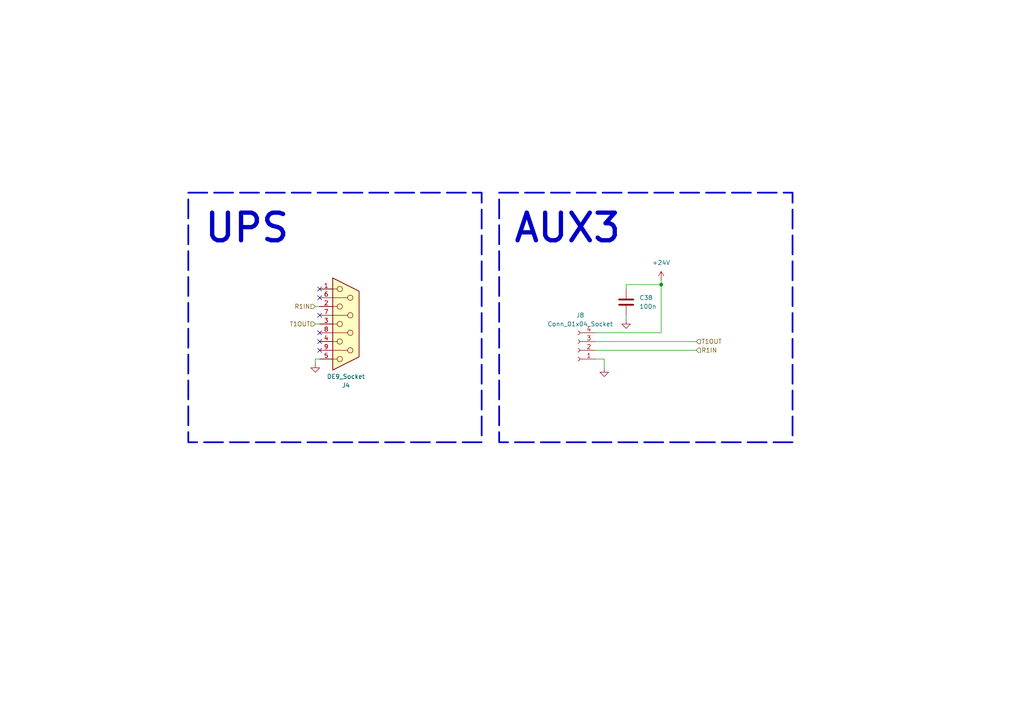
<source format=kicad_sch>
(kicad_sch
	(version 20250114)
	(generator "eeschema")
	(generator_version "9.0")
	(uuid "729751dd-990a-4407-bd16-fbf3e4487ece")
	(paper "A4")
	(lib_symbols
		(symbol "Connector:Conn_01x04_Socket"
			(pin_names
				(offset 1.016)
				(hide yes)
			)
			(exclude_from_sim no)
			(in_bom yes)
			(on_board yes)
			(property "Reference" "J"
				(at 0 5.08 0)
				(effects
					(font
						(size 1.27 1.27)
					)
				)
			)
			(property "Value" "Conn_01x04_Socket"
				(at 0 -7.62 0)
				(effects
					(font
						(size 1.27 1.27)
					)
				)
			)
			(property "Footprint" ""
				(at 0 0 0)
				(effects
					(font
						(size 1.27 1.27)
					)
					(hide yes)
				)
			)
			(property "Datasheet" "~"
				(at 0 0 0)
				(effects
					(font
						(size 1.27 1.27)
					)
					(hide yes)
				)
			)
			(property "Description" "Generic connector, single row, 01x04, script generated"
				(at 0 0 0)
				(effects
					(font
						(size 1.27 1.27)
					)
					(hide yes)
				)
			)
			(property "ki_locked" ""
				(at 0 0 0)
				(effects
					(font
						(size 1.27 1.27)
					)
				)
			)
			(property "ki_keywords" "connector"
				(at 0 0 0)
				(effects
					(font
						(size 1.27 1.27)
					)
					(hide yes)
				)
			)
			(property "ki_fp_filters" "Connector*:*_1x??_*"
				(at 0 0 0)
				(effects
					(font
						(size 1.27 1.27)
					)
					(hide yes)
				)
			)
			(symbol "Conn_01x04_Socket_1_1"
				(polyline
					(pts
						(xy -1.27 2.54) (xy -0.508 2.54)
					)
					(stroke
						(width 0.1524)
						(type default)
					)
					(fill
						(type none)
					)
				)
				(polyline
					(pts
						(xy -1.27 0) (xy -0.508 0)
					)
					(stroke
						(width 0.1524)
						(type default)
					)
					(fill
						(type none)
					)
				)
				(polyline
					(pts
						(xy -1.27 -2.54) (xy -0.508 -2.54)
					)
					(stroke
						(width 0.1524)
						(type default)
					)
					(fill
						(type none)
					)
				)
				(polyline
					(pts
						(xy -1.27 -5.08) (xy -0.508 -5.08)
					)
					(stroke
						(width 0.1524)
						(type default)
					)
					(fill
						(type none)
					)
				)
				(arc
					(start 0 2.032)
					(mid -0.5058 2.54)
					(end 0 3.048)
					(stroke
						(width 0.1524)
						(type default)
					)
					(fill
						(type none)
					)
				)
				(arc
					(start 0 -0.508)
					(mid -0.5058 0)
					(end 0 0.508)
					(stroke
						(width 0.1524)
						(type default)
					)
					(fill
						(type none)
					)
				)
				(arc
					(start 0 -3.048)
					(mid -0.5058 -2.54)
					(end 0 -2.032)
					(stroke
						(width 0.1524)
						(type default)
					)
					(fill
						(type none)
					)
				)
				(arc
					(start 0 -5.588)
					(mid -0.5058 -5.08)
					(end 0 -4.572)
					(stroke
						(width 0.1524)
						(type default)
					)
					(fill
						(type none)
					)
				)
				(pin passive line
					(at -5.08 2.54 0)
					(length 3.81)
					(name "Pin_1"
						(effects
							(font
								(size 1.27 1.27)
							)
						)
					)
					(number "1"
						(effects
							(font
								(size 1.27 1.27)
							)
						)
					)
				)
				(pin passive line
					(at -5.08 0 0)
					(length 3.81)
					(name "Pin_2"
						(effects
							(font
								(size 1.27 1.27)
							)
						)
					)
					(number "2"
						(effects
							(font
								(size 1.27 1.27)
							)
						)
					)
				)
				(pin passive line
					(at -5.08 -2.54 0)
					(length 3.81)
					(name "Pin_3"
						(effects
							(font
								(size 1.27 1.27)
							)
						)
					)
					(number "3"
						(effects
							(font
								(size 1.27 1.27)
							)
						)
					)
				)
				(pin passive line
					(at -5.08 -5.08 0)
					(length 3.81)
					(name "Pin_4"
						(effects
							(font
								(size 1.27 1.27)
							)
						)
					)
					(number "4"
						(effects
							(font
								(size 1.27 1.27)
							)
						)
					)
				)
			)
			(embedded_fonts no)
		)
		(symbol "Connector:DE9_Socket"
			(pin_names
				(offset 1.016)
				(hide yes)
			)
			(exclude_from_sim no)
			(in_bom yes)
			(on_board yes)
			(property "Reference" "J"
				(at 0 13.97 0)
				(effects
					(font
						(size 1.27 1.27)
					)
				)
			)
			(property "Value" "DE9_Socket"
				(at 0 -14.605 0)
				(effects
					(font
						(size 1.27 1.27)
					)
				)
			)
			(property "Footprint" ""
				(at 0 0 0)
				(effects
					(font
						(size 1.27 1.27)
					)
					(hide yes)
				)
			)
			(property "Datasheet" "~"
				(at 0 0 0)
				(effects
					(font
						(size 1.27 1.27)
					)
					(hide yes)
				)
			)
			(property "Description" "9-pin D-SUB connector, socket (female)"
				(at 0 0 0)
				(effects
					(font
						(size 1.27 1.27)
					)
					(hide yes)
				)
			)
			(property "ki_keywords" "DSUB DB9"
				(at 0 0 0)
				(effects
					(font
						(size 1.27 1.27)
					)
					(hide yes)
				)
			)
			(property "ki_fp_filters" "DSUB*Socket*"
				(at 0 0 0)
				(effects
					(font
						(size 1.27 1.27)
					)
					(hide yes)
				)
			)
			(symbol "DE9_Socket_0_1"
				(polyline
					(pts
						(xy -3.81 13.335) (xy -3.81 -13.335) (xy 3.81 -9.525) (xy 3.81 9.525) (xy -3.81 13.335)
					)
					(stroke
						(width 0.254)
						(type default)
					)
					(fill
						(type background)
					)
				)
				(polyline
					(pts
						(xy -3.81 10.16) (xy -2.54 10.16)
					)
					(stroke
						(width 0)
						(type default)
					)
					(fill
						(type none)
					)
				)
				(polyline
					(pts
						(xy -3.81 7.62) (xy 0.508 7.62)
					)
					(stroke
						(width 0)
						(type default)
					)
					(fill
						(type none)
					)
				)
				(polyline
					(pts
						(xy -3.81 5.08) (xy -2.54 5.08)
					)
					(stroke
						(width 0)
						(type default)
					)
					(fill
						(type none)
					)
				)
				(polyline
					(pts
						(xy -3.81 2.54) (xy 0.508 2.54)
					)
					(stroke
						(width 0)
						(type default)
					)
					(fill
						(type none)
					)
				)
				(polyline
					(pts
						(xy -3.81 0) (xy -2.54 0)
					)
					(stroke
						(width 0)
						(type default)
					)
					(fill
						(type none)
					)
				)
				(polyline
					(pts
						(xy -3.81 -2.54) (xy 0.508 -2.54)
					)
					(stroke
						(width 0)
						(type default)
					)
					(fill
						(type none)
					)
				)
				(polyline
					(pts
						(xy -3.81 -5.08) (xy -2.54 -5.08)
					)
					(stroke
						(width 0)
						(type default)
					)
					(fill
						(type none)
					)
				)
				(polyline
					(pts
						(xy -3.81 -7.62) (xy 0.508 -7.62)
					)
					(stroke
						(width 0)
						(type default)
					)
					(fill
						(type none)
					)
				)
				(polyline
					(pts
						(xy -3.81 -10.16) (xy -2.54 -10.16)
					)
					(stroke
						(width 0)
						(type default)
					)
					(fill
						(type none)
					)
				)
				(circle
					(center -1.778 10.16)
					(radius 0.762)
					(stroke
						(width 0)
						(type default)
					)
					(fill
						(type none)
					)
				)
				(circle
					(center -1.778 5.08)
					(radius 0.762)
					(stroke
						(width 0)
						(type default)
					)
					(fill
						(type none)
					)
				)
				(circle
					(center -1.778 0)
					(radius 0.762)
					(stroke
						(width 0)
						(type default)
					)
					(fill
						(type none)
					)
				)
				(circle
					(center -1.778 -5.08)
					(radius 0.762)
					(stroke
						(width 0)
						(type default)
					)
					(fill
						(type none)
					)
				)
				(circle
					(center -1.778 -10.16)
					(radius 0.762)
					(stroke
						(width 0)
						(type default)
					)
					(fill
						(type none)
					)
				)
				(circle
					(center 1.27 7.62)
					(radius 0.762)
					(stroke
						(width 0)
						(type default)
					)
					(fill
						(type none)
					)
				)
				(circle
					(center 1.27 2.54)
					(radius 0.762)
					(stroke
						(width 0)
						(type default)
					)
					(fill
						(type none)
					)
				)
				(circle
					(center 1.27 -2.54)
					(radius 0.762)
					(stroke
						(width 0)
						(type default)
					)
					(fill
						(type none)
					)
				)
				(circle
					(center 1.27 -7.62)
					(radius 0.762)
					(stroke
						(width 0)
						(type default)
					)
					(fill
						(type none)
					)
				)
			)
			(symbol "DE9_Socket_1_1"
				(pin passive line
					(at -7.62 10.16 0)
					(length 3.81)
					(name "1"
						(effects
							(font
								(size 1.27 1.27)
							)
						)
					)
					(number "1"
						(effects
							(font
								(size 1.27 1.27)
							)
						)
					)
				)
				(pin passive line
					(at -7.62 7.62 0)
					(length 3.81)
					(name "6"
						(effects
							(font
								(size 1.27 1.27)
							)
						)
					)
					(number "6"
						(effects
							(font
								(size 1.27 1.27)
							)
						)
					)
				)
				(pin passive line
					(at -7.62 5.08 0)
					(length 3.81)
					(name "2"
						(effects
							(font
								(size 1.27 1.27)
							)
						)
					)
					(number "2"
						(effects
							(font
								(size 1.27 1.27)
							)
						)
					)
				)
				(pin passive line
					(at -7.62 2.54 0)
					(length 3.81)
					(name "7"
						(effects
							(font
								(size 1.27 1.27)
							)
						)
					)
					(number "7"
						(effects
							(font
								(size 1.27 1.27)
							)
						)
					)
				)
				(pin passive line
					(at -7.62 0 0)
					(length 3.81)
					(name "3"
						(effects
							(font
								(size 1.27 1.27)
							)
						)
					)
					(number "3"
						(effects
							(font
								(size 1.27 1.27)
							)
						)
					)
				)
				(pin passive line
					(at -7.62 -2.54 0)
					(length 3.81)
					(name "8"
						(effects
							(font
								(size 1.27 1.27)
							)
						)
					)
					(number "8"
						(effects
							(font
								(size 1.27 1.27)
							)
						)
					)
				)
				(pin passive line
					(at -7.62 -5.08 0)
					(length 3.81)
					(name "4"
						(effects
							(font
								(size 1.27 1.27)
							)
						)
					)
					(number "4"
						(effects
							(font
								(size 1.27 1.27)
							)
						)
					)
				)
				(pin passive line
					(at -7.62 -7.62 0)
					(length 3.81)
					(name "9"
						(effects
							(font
								(size 1.27 1.27)
							)
						)
					)
					(number "9"
						(effects
							(font
								(size 1.27 1.27)
							)
						)
					)
				)
				(pin passive line
					(at -7.62 -10.16 0)
					(length 3.81)
					(name "5"
						(effects
							(font
								(size 1.27 1.27)
							)
						)
					)
					(number "5"
						(effects
							(font
								(size 1.27 1.27)
							)
						)
					)
				)
			)
			(embedded_fonts no)
		)
		(symbol "Device:C"
			(pin_numbers
				(hide yes)
			)
			(pin_names
				(offset 0.254)
			)
			(exclude_from_sim no)
			(in_bom yes)
			(on_board yes)
			(property "Reference" "C"
				(at 0.635 2.54 0)
				(effects
					(font
						(size 1.27 1.27)
					)
					(justify left)
				)
			)
			(property "Value" "C"
				(at 0.635 -2.54 0)
				(effects
					(font
						(size 1.27 1.27)
					)
					(justify left)
				)
			)
			(property "Footprint" ""
				(at 0.9652 -3.81 0)
				(effects
					(font
						(size 1.27 1.27)
					)
					(hide yes)
				)
			)
			(property "Datasheet" "~"
				(at 0 0 0)
				(effects
					(font
						(size 1.27 1.27)
					)
					(hide yes)
				)
			)
			(property "Description" "Unpolarized capacitor"
				(at 0 0 0)
				(effects
					(font
						(size 1.27 1.27)
					)
					(hide yes)
				)
			)
			(property "ki_keywords" "cap capacitor"
				(at 0 0 0)
				(effects
					(font
						(size 1.27 1.27)
					)
					(hide yes)
				)
			)
			(property "ki_fp_filters" "C_*"
				(at 0 0 0)
				(effects
					(font
						(size 1.27 1.27)
					)
					(hide yes)
				)
			)
			(symbol "C_0_1"
				(polyline
					(pts
						(xy -2.032 0.762) (xy 2.032 0.762)
					)
					(stroke
						(width 0.508)
						(type default)
					)
					(fill
						(type none)
					)
				)
				(polyline
					(pts
						(xy -2.032 -0.762) (xy 2.032 -0.762)
					)
					(stroke
						(width 0.508)
						(type default)
					)
					(fill
						(type none)
					)
				)
			)
			(symbol "C_1_1"
				(pin passive line
					(at 0 3.81 270)
					(length 2.794)
					(name "~"
						(effects
							(font
								(size 1.27 1.27)
							)
						)
					)
					(number "1"
						(effects
							(font
								(size 1.27 1.27)
							)
						)
					)
				)
				(pin passive line
					(at 0 -3.81 90)
					(length 2.794)
					(name "~"
						(effects
							(font
								(size 1.27 1.27)
							)
						)
					)
					(number "2"
						(effects
							(font
								(size 1.27 1.27)
							)
						)
					)
				)
			)
			(embedded_fonts no)
		)
		(symbol "power:+24V"
			(power)
			(pin_numbers
				(hide yes)
			)
			(pin_names
				(offset 0)
				(hide yes)
			)
			(exclude_from_sim no)
			(in_bom yes)
			(on_board yes)
			(property "Reference" "#PWR"
				(at 0 -3.81 0)
				(effects
					(font
						(size 1.27 1.27)
					)
					(hide yes)
				)
			)
			(property "Value" "+24V"
				(at 0 3.556 0)
				(effects
					(font
						(size 1.27 1.27)
					)
				)
			)
			(property "Footprint" ""
				(at 0 0 0)
				(effects
					(font
						(size 1.27 1.27)
					)
					(hide yes)
				)
			)
			(property "Datasheet" ""
				(at 0 0 0)
				(effects
					(font
						(size 1.27 1.27)
					)
					(hide yes)
				)
			)
			(property "Description" "Power symbol creates a global label with name \"+24V\""
				(at 0 0 0)
				(effects
					(font
						(size 1.27 1.27)
					)
					(hide yes)
				)
			)
			(property "ki_keywords" "global power"
				(at 0 0 0)
				(effects
					(font
						(size 1.27 1.27)
					)
					(hide yes)
				)
			)
			(symbol "+24V_0_1"
				(polyline
					(pts
						(xy -0.762 1.27) (xy 0 2.54)
					)
					(stroke
						(width 0)
						(type default)
					)
					(fill
						(type none)
					)
				)
				(polyline
					(pts
						(xy 0 2.54) (xy 0.762 1.27)
					)
					(stroke
						(width 0)
						(type default)
					)
					(fill
						(type none)
					)
				)
				(polyline
					(pts
						(xy 0 0) (xy 0 2.54)
					)
					(stroke
						(width 0)
						(type default)
					)
					(fill
						(type none)
					)
				)
			)
			(symbol "+24V_1_1"
				(pin power_in line
					(at 0 0 90)
					(length 0)
					(name "~"
						(effects
							(font
								(size 1.27 1.27)
							)
						)
					)
					(number "1"
						(effects
							(font
								(size 1.27 1.27)
							)
						)
					)
				)
			)
			(embedded_fonts no)
		)
		(symbol "power:GND"
			(power)
			(pin_numbers
				(hide yes)
			)
			(pin_names
				(offset 0)
				(hide yes)
			)
			(exclude_from_sim no)
			(in_bom yes)
			(on_board yes)
			(property "Reference" "#PWR"
				(at 0 -6.35 0)
				(effects
					(font
						(size 1.27 1.27)
					)
					(hide yes)
				)
			)
			(property "Value" "GND"
				(at 0 -3.81 0)
				(effects
					(font
						(size 1.27 1.27)
					)
				)
			)
			(property "Footprint" ""
				(at 0 0 0)
				(effects
					(font
						(size 1.27 1.27)
					)
					(hide yes)
				)
			)
			(property "Datasheet" ""
				(at 0 0 0)
				(effects
					(font
						(size 1.27 1.27)
					)
					(hide yes)
				)
			)
			(property "Description" "Power symbol creates a global label with name \"GND\" , ground"
				(at 0 0 0)
				(effects
					(font
						(size 1.27 1.27)
					)
					(hide yes)
				)
			)
			(property "ki_keywords" "global power"
				(at 0 0 0)
				(effects
					(font
						(size 1.27 1.27)
					)
					(hide yes)
				)
			)
			(symbol "GND_0_1"
				(polyline
					(pts
						(xy 0 0) (xy 0 -1.27) (xy 1.27 -1.27) (xy 0 -2.54) (xy -1.27 -1.27) (xy 0 -1.27)
					)
					(stroke
						(width 0)
						(type default)
					)
					(fill
						(type none)
					)
				)
			)
			(symbol "GND_1_1"
				(pin power_in line
					(at 0 0 270)
					(length 0)
					(name "~"
						(effects
							(font
								(size 1.27 1.27)
							)
						)
					)
					(number "1"
						(effects
							(font
								(size 1.27 1.27)
							)
						)
					)
				)
			)
			(embedded_fonts no)
		)
	)
	(rectangle
		(start 54.61 55.88)
		(end 139.7 128.27)
		(stroke
			(width 0.5)
			(type dash)
		)
		(fill
			(type none)
		)
		(uuid ade2bdb7-3805-44f6-84fc-2a6e26db9be5)
	)
	(rectangle
		(start 144.78 55.88)
		(end 229.87 128.27)
		(stroke
			(width 0.5)
			(type dash)
		)
		(fill
			(type none)
		)
		(uuid e4aa262b-28d3-4bbc-9f6f-5827a8bcc721)
	)
	(text "AUX3"
		(exclude_from_sim no)
		(at 164.592 66.294 0)
		(effects
			(font
				(size 8 8)
				(thickness 1.25)
			)
		)
		(uuid "6a38c9e7-c8fb-4946-8102-74cc9815ae23")
	)
	(text "UPS"
		(exclude_from_sim no)
		(at 71.628 66.294 0)
		(effects
			(font
				(size 8 8)
				(thickness 1.25)
			)
		)
		(uuid "df766ac4-d20d-4062-968c-8487257fa21a")
	)
	(junction
		(at 191.77 82.55)
		(diameter 0)
		(color 0 0 0 0)
		(uuid "d53431dc-ba48-4410-ab70-34fd46776f43")
	)
	(no_connect
		(at 92.71 83.82)
		(uuid "2d3319da-ba94-4f47-a350-fb7199dd647d")
	)
	(no_connect
		(at 92.71 99.06)
		(uuid "41c9a56a-993f-4896-a168-9075d9199595")
	)
	(no_connect
		(at 92.71 91.44)
		(uuid "464bdf46-5699-4987-a05f-2d88f80d2ca9")
	)
	(no_connect
		(at 92.71 96.52)
		(uuid "6870b306-2e1e-4592-a408-67f4a155fdd9")
	)
	(no_connect
		(at 92.71 101.6)
		(uuid "a49c98aa-17a1-495e-9ba5-0dddf4b1c418")
	)
	(no_connect
		(at 92.71 86.36)
		(uuid "fb21ff10-2881-482e-8967-95cebf5c86b1")
	)
	(wire
		(pts
			(xy 191.77 82.55) (xy 191.77 96.52)
		)
		(stroke
			(width 0)
			(type default)
		)
		(uuid "2796f6cc-1cb8-4466-aff3-273cc4912007")
	)
	(wire
		(pts
			(xy 92.71 93.98) (xy 91.44 93.98)
		)
		(stroke
			(width 0)
			(type default)
		)
		(uuid "380918c6-3670-47b5-8c65-45ff9df6a872")
	)
	(wire
		(pts
			(xy 181.61 82.55) (xy 191.77 82.55)
		)
		(stroke
			(width 0)
			(type default)
		)
		(uuid "4f7c71f2-c669-4472-aeab-186f15fad162")
	)
	(wire
		(pts
			(xy 92.71 88.9) (xy 91.44 88.9)
		)
		(stroke
			(width 0)
			(type default)
		)
		(uuid "5c6e8313-34b7-479c-a0c4-0efdfffc38a8")
	)
	(wire
		(pts
			(xy 172.72 99.06) (xy 201.93 99.06)
		)
		(stroke
			(width 0)
			(type default)
		)
		(uuid "715043c0-2739-4c9e-89d6-7521b0116522")
	)
	(wire
		(pts
			(xy 181.61 83.82) (xy 181.61 82.55)
		)
		(stroke
			(width 0)
			(type default)
		)
		(uuid "7c5e29ba-d031-4e06-bdc5-ddd70da5f23c")
	)
	(wire
		(pts
			(xy 175.26 106.68) (xy 175.26 104.14)
		)
		(stroke
			(width 0)
			(type default)
		)
		(uuid "850ab786-8bf1-467e-ba7f-697175e2217f")
	)
	(wire
		(pts
			(xy 172.72 96.52) (xy 191.77 96.52)
		)
		(stroke
			(width 0)
			(type default)
		)
		(uuid "982fe574-d92a-4d97-99ee-545e5863fce8")
	)
	(wire
		(pts
			(xy 181.61 91.44) (xy 181.61 92.71)
		)
		(stroke
			(width 0)
			(type default)
		)
		(uuid "99ddb6f5-f6c8-4a0a-a4d3-64930fe30c47")
	)
	(wire
		(pts
			(xy 172.72 101.6) (xy 201.93 101.6)
		)
		(stroke
			(width 0)
			(type default)
		)
		(uuid "b933ec8a-de69-48f2-b328-ac1b4001218b")
	)
	(wire
		(pts
			(xy 91.44 104.14) (xy 92.71 104.14)
		)
		(stroke
			(width 0)
			(type default)
		)
		(uuid "c715afa8-ec34-4a5d-8e47-3cb3b340bf87")
	)
	(wire
		(pts
			(xy 175.26 104.14) (xy 172.72 104.14)
		)
		(stroke
			(width 0)
			(type default)
		)
		(uuid "d20c0f33-6409-49f6-9551-a832cf527d88")
	)
	(wire
		(pts
			(xy 91.44 105.41) (xy 91.44 104.14)
		)
		(stroke
			(width 0)
			(type default)
		)
		(uuid "e38924a9-f9cb-4eba-a244-8e6ad7ac624f")
	)
	(wire
		(pts
			(xy 191.77 81.28) (xy 191.77 82.55)
		)
		(stroke
			(width 0)
			(type default)
		)
		(uuid "f2f4c14c-309d-46cf-aac5-f616eb98dcc3")
	)
	(hierarchical_label "R1IN"
		(shape input)
		(at 201.93 101.6 0)
		(effects
			(font
				(size 1.27 1.27)
			)
			(justify left)
		)
		(uuid "18fbd227-8dcd-4583-9a67-d2641f4f63ad")
	)
	(hierarchical_label "T1OUT"
		(shape input)
		(at 91.44 93.98 180)
		(effects
			(font
				(size 1.27 1.27)
			)
			(justify right)
		)
		(uuid "5f215b51-169c-4076-9247-67ccc626cca8")
	)
	(hierarchical_label "R1IN"
		(shape input)
		(at 91.44 88.9 180)
		(effects
			(font
				(size 1.27 1.27)
			)
			(justify right)
		)
		(uuid "8a0fb6e3-b464-41fa-b6a4-9525fc11d105")
	)
	(hierarchical_label "T1OUT"
		(shape input)
		(at 201.93 99.06 0)
		(effects
			(font
				(size 1.27 1.27)
			)
			(justify left)
		)
		(uuid "d62f3533-c5e4-48e1-8494-8a0772c07b8d")
	)
	(symbol
		(lib_id "power:GND")
		(at 91.44 105.41 0)
		(unit 1)
		(exclude_from_sim no)
		(in_bom yes)
		(on_board yes)
		(dnp no)
		(fields_autoplaced yes)
		(uuid "0268ecc6-22e6-4263-b63c-85871636c71c")
		(property "Reference" "#PWR022"
			(at 91.44 111.76 0)
			(effects
				(font
					(size 1.27 1.27)
				)
				(hide yes)
			)
		)
		(property "Value" "GND"
			(at 91.44 110.49 0)
			(effects
				(font
					(size 1.27 1.27)
				)
				(hide yes)
			)
		)
		(property "Footprint" ""
			(at 91.44 105.41 0)
			(effects
				(font
					(size 1.27 1.27)
				)
				(hide yes)
			)
		)
		(property "Datasheet" ""
			(at 91.44 105.41 0)
			(effects
				(font
					(size 1.27 1.27)
				)
				(hide yes)
			)
		)
		(property "Description" "Power symbol creates a global label with name \"GND\" , ground"
			(at 91.44 105.41 0)
			(effects
				(font
					(size 1.27 1.27)
				)
				(hide yes)
			)
		)
		(pin "1"
			(uuid "98df8ceb-383e-4b67-b91b-d411cc69e449")
		)
		(instances
			(project ""
				(path "/519cd8d4-bb93-4bd2-8d6d-fc5bc7100516/03bd7452-4eb1-4846-bbdf-5e42b99a9a88"
					(reference "#PWR022")
					(unit 1)
				)
			)
		)
	)
	(symbol
		(lib_id "Device:C")
		(at 181.61 87.63 0)
		(unit 1)
		(exclude_from_sim no)
		(in_bom yes)
		(on_board yes)
		(dnp no)
		(fields_autoplaced yes)
		(uuid "26615ff3-64ac-448f-81b3-cdabf82b87c4")
		(property "Reference" "C38"
			(at 185.42 86.3599 0)
			(effects
				(font
					(size 1.27 1.27)
				)
				(justify left)
			)
		)
		(property "Value" "100n"
			(at 185.42 88.8999 0)
			(effects
				(font
					(size 1.27 1.27)
				)
				(justify left)
			)
		)
		(property "Footprint" "Capacitor_SMD:C_0402_1005Metric"
			(at 182.5752 91.44 0)
			(effects
				(font
					(size 1.27 1.27)
				)
				(hide yes)
			)
		)
		(property "Datasheet" "~"
			(at 181.61 87.63 0)
			(effects
				(font
					(size 1.27 1.27)
				)
				(hide yes)
			)
		)
		(property "Description" "Unpolarized capacitor"
			(at 181.61 87.63 0)
			(effects
				(font
					(size 1.27 1.27)
				)
				(hide yes)
			)
		)
		(pin "1"
			(uuid "b9b65c17-2bb2-4906-9619-3e5594e38c35")
		)
		(pin "2"
			(uuid "f511cc92-faf7-42f0-b93c-de4875cf09d7")
		)
		(instances
			(project "Input_Eve_V1.0"
				(path "/519cd8d4-bb93-4bd2-8d6d-fc5bc7100516/03bd7452-4eb1-4846-bbdf-5e42b99a9a88"
					(reference "C38")
					(unit 1)
				)
			)
		)
	)
	(symbol
		(lib_id "power:GND")
		(at 175.26 106.68 0)
		(unit 1)
		(exclude_from_sim no)
		(in_bom yes)
		(on_board yes)
		(dnp no)
		(fields_autoplaced yes)
		(uuid "43a0aae9-881f-47fb-a61c-174d724a9397")
		(property "Reference" "#PWR035"
			(at 175.26 113.03 0)
			(effects
				(font
					(size 1.27 1.27)
				)
				(hide yes)
			)
		)
		(property "Value" "GND"
			(at 175.26 111.76 0)
			(effects
				(font
					(size 1.27 1.27)
				)
				(hide yes)
			)
		)
		(property "Footprint" ""
			(at 175.26 106.68 0)
			(effects
				(font
					(size 1.27 1.27)
				)
				(hide yes)
			)
		)
		(property "Datasheet" ""
			(at 175.26 106.68 0)
			(effects
				(font
					(size 1.27 1.27)
				)
				(hide yes)
			)
		)
		(property "Description" "Power symbol creates a global label with name \"GND\" , ground"
			(at 175.26 106.68 0)
			(effects
				(font
					(size 1.27 1.27)
				)
				(hide yes)
			)
		)
		(pin "1"
			(uuid "8574e98b-89b6-469a-8781-e13d91bb4313")
		)
		(instances
			(project "Input_Eve_V1.0"
				(path "/519cd8d4-bb93-4bd2-8d6d-fc5bc7100516/03bd7452-4eb1-4846-bbdf-5e42b99a9a88"
					(reference "#PWR035")
					(unit 1)
				)
			)
		)
	)
	(symbol
		(lib_id "Connector:DE9_Socket")
		(at 100.33 93.98 0)
		(unit 1)
		(exclude_from_sim no)
		(in_bom yes)
		(on_board yes)
		(dnp no)
		(fields_autoplaced yes)
		(uuid "6206e27c-f126-4d53-8d22-6c804fe3e44a")
		(property "Reference" "J4"
			(at 100.33 111.76 0)
			(effects
				(font
					(size 1.27 1.27)
				)
			)
		)
		(property "Value" "DE9_Socket"
			(at 100.33 109.22 0)
			(effects
				(font
					(size 1.27 1.27)
				)
			)
		)
		(property "Footprint" ""
			(at 100.33 93.98 0)
			(effects
				(font
					(size 1.27 1.27)
				)
				(hide yes)
			)
		)
		(property "Datasheet" "~"
			(at 100.33 93.98 0)
			(effects
				(font
					(size 1.27 1.27)
				)
				(hide yes)
			)
		)
		(property "Description" "9-pin D-SUB connector, socket (female)"
			(at 100.33 93.98 0)
			(effects
				(font
					(size 1.27 1.27)
				)
				(hide yes)
			)
		)
		(pin "5"
			(uuid "5bae2104-3013-4d10-a769-37889df7c1ad")
		)
		(pin "7"
			(uuid "d67efe59-7e08-478d-bc90-4f1a60312fc6")
		)
		(pin "1"
			(uuid "89a7c3c2-5f4a-4c4c-8d87-037b0025a832")
		)
		(pin "3"
			(uuid "b54fcdcb-77b3-4848-b412-138f0b16dc0a")
		)
		(pin "4"
			(uuid "9d2c92b0-b5a2-41b3-9b45-09f676725c14")
		)
		(pin "9"
			(uuid "c787c6f4-3c5b-4377-89cf-068c806e1a50")
		)
		(pin "2"
			(uuid "1bd48fda-f83b-4a3e-9931-1a116c326bff")
		)
		(pin "6"
			(uuid "53674f4b-3bf2-4a5c-ae4f-1d804c6948b7")
		)
		(pin "8"
			(uuid "f374feb8-bc0d-4b64-8695-c56a6718aa07")
		)
		(instances
			(project ""
				(path "/519cd8d4-bb93-4bd2-8d6d-fc5bc7100516/03bd7452-4eb1-4846-bbdf-5e42b99a9a88"
					(reference "J4")
					(unit 1)
				)
			)
		)
	)
	(symbol
		(lib_id "Connector:Conn_01x04_Socket")
		(at 167.64 101.6 180)
		(unit 1)
		(exclude_from_sim no)
		(in_bom yes)
		(on_board yes)
		(dnp no)
		(fields_autoplaced yes)
		(uuid "765d720d-15ff-4915-b366-bcda5df351fb")
		(property "Reference" "J8"
			(at 168.275 91.44 0)
			(effects
				(font
					(size 1.27 1.27)
				)
			)
		)
		(property "Value" "Conn_01x04_Socket"
			(at 168.275 93.98 0)
			(effects
				(font
					(size 1.27 1.27)
				)
			)
		)
		(property "Footprint" ""
			(at 167.64 101.6 0)
			(effects
				(font
					(size 1.27 1.27)
				)
				(hide yes)
			)
		)
		(property "Datasheet" "~"
			(at 167.64 101.6 0)
			(effects
				(font
					(size 1.27 1.27)
				)
				(hide yes)
			)
		)
		(property "Description" "Generic connector, single row, 01x04, script generated"
			(at 167.64 101.6 0)
			(effects
				(font
					(size 1.27 1.27)
				)
				(hide yes)
			)
		)
		(pin "1"
			(uuid "35181867-f1d3-4833-9cc6-0bd041c9f9c1")
		)
		(pin "2"
			(uuid "4e43a775-afe9-4e1a-9c9c-4b550ba151d5")
		)
		(pin "3"
			(uuid "dab7c042-85e3-4518-9d10-1f6369fbc1ad")
		)
		(pin "4"
			(uuid "1be5ea74-00b5-410f-986c-c69a1dc7a75c")
		)
		(instances
			(project "Input_Eve_V1.0"
				(path "/519cd8d4-bb93-4bd2-8d6d-fc5bc7100516/03bd7452-4eb1-4846-bbdf-5e42b99a9a88"
					(reference "J8")
					(unit 1)
				)
			)
		)
	)
	(symbol
		(lib_id "power:+24V")
		(at 191.77 81.28 0)
		(unit 1)
		(exclude_from_sim no)
		(in_bom yes)
		(on_board yes)
		(dnp no)
		(fields_autoplaced yes)
		(uuid "8a8554cd-497c-4e41-9017-a8426fe2e4c3")
		(property "Reference" "#PWR038"
			(at 191.77 85.09 0)
			(effects
				(font
					(size 1.27 1.27)
				)
				(hide yes)
			)
		)
		(property "Value" "+24V"
			(at 191.77 76.2 0)
			(effects
				(font
					(size 1.27 1.27)
				)
			)
		)
		(property "Footprint" ""
			(at 191.77 81.28 0)
			(effects
				(font
					(size 1.27 1.27)
				)
				(hide yes)
			)
		)
		(property "Datasheet" ""
			(at 191.77 81.28 0)
			(effects
				(font
					(size 1.27 1.27)
				)
				(hide yes)
			)
		)
		(property "Description" "Power symbol creates a global label with name \"+24V\""
			(at 191.77 81.28 0)
			(effects
				(font
					(size 1.27 1.27)
				)
				(hide yes)
			)
		)
		(pin "1"
			(uuid "f41cb088-2891-4e6b-9b18-52dd8312d875")
		)
		(instances
			(project "Input_Eve_V1.0"
				(path "/519cd8d4-bb93-4bd2-8d6d-fc5bc7100516/03bd7452-4eb1-4846-bbdf-5e42b99a9a88"
					(reference "#PWR038")
					(unit 1)
				)
			)
		)
	)
	(symbol
		(lib_id "power:GND")
		(at 181.61 92.71 0)
		(unit 1)
		(exclude_from_sim no)
		(in_bom yes)
		(on_board yes)
		(dnp no)
		(fields_autoplaced yes)
		(uuid "cfeaa664-c19e-4d76-8982-dcbfb27268cc")
		(property "Reference" "#PWR036"
			(at 181.61 99.06 0)
			(effects
				(font
					(size 1.27 1.27)
				)
				(hide yes)
			)
		)
		(property "Value" "GND"
			(at 181.61 97.79 0)
			(effects
				(font
					(size 1.27 1.27)
				)
				(hide yes)
			)
		)
		(property "Footprint" ""
			(at 181.61 92.71 0)
			(effects
				(font
					(size 1.27 1.27)
				)
				(hide yes)
			)
		)
		(property "Datasheet" ""
			(at 181.61 92.71 0)
			(effects
				(font
					(size 1.27 1.27)
				)
				(hide yes)
			)
		)
		(property "Description" "Power symbol creates a global label with name \"GND\" , ground"
			(at 181.61 92.71 0)
			(effects
				(font
					(size 1.27 1.27)
				)
				(hide yes)
			)
		)
		(pin "1"
			(uuid "ebba7b09-f65c-4bda-a3a7-58085366bfc4")
		)
		(instances
			(project "Input_Eve_V1.0"
				(path "/519cd8d4-bb93-4bd2-8d6d-fc5bc7100516/03bd7452-4eb1-4846-bbdf-5e42b99a9a88"
					(reference "#PWR036")
					(unit 1)
				)
			)
		)
	)
)

</source>
